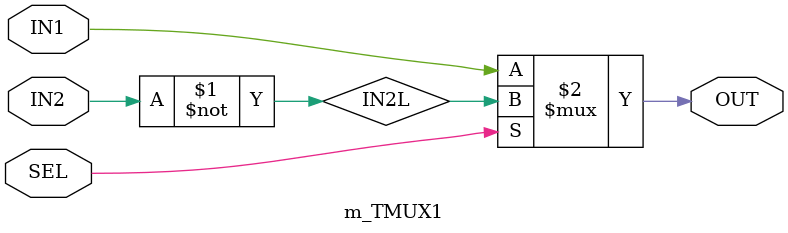
<source format=sv>
module m_TMUX1                                                                  //[MACROS.NET:00217] MODULE TMUX1;
(                                                                               //[MACROS.NET:00217] MODULE TMUX1;

    input    IN1,                                                               //[MACROS.NET:00219] INPUTS	IN1,IN2,SEL;
    input    IN2,                                                               //[MACROS.NET:00219] INPUTS	IN1,IN2,SEL;
    input    SEL,                                                               //[MACROS.NET:00219] INPUTS	IN1,IN2,SEL;
    output    OUT                                                               //[MACROS.NET:00220] OUTPUTS	OUT;
);                                                                              //[MACROS.NET:00217] MODULE TMUX1;
                                                                                //[MACROS.NET:00221] LEVEL FUNCTION;
wire IN2L;                                                                      //[MACROS.NET:00224] IN2L_(IN2L) = N1A (IN2);
wire OUTL;                                                                      //[MACROS.NET:00225] SEL_(OUTL) = MX21LA (IN1,IN2L,SEL);

assign IN2L = ~IN2;                                                             //[MACROS.NET:00224] IN2L_(IN2L) = N1A (IN2);
assign OUTL = ~(SEL ? IN2L : IN1);                                              //[MACROS.NET:00225] SEL_(OUTL) = MX21LA (IN1,IN2L,SEL);
assign OUT = ~OUTL;                                                             //[MACROS.NET:00226] OUT_(OUT) = N1B (OUTL);

endmodule                                                                       //[MACROS.NET:00228] END MODULE;

</source>
